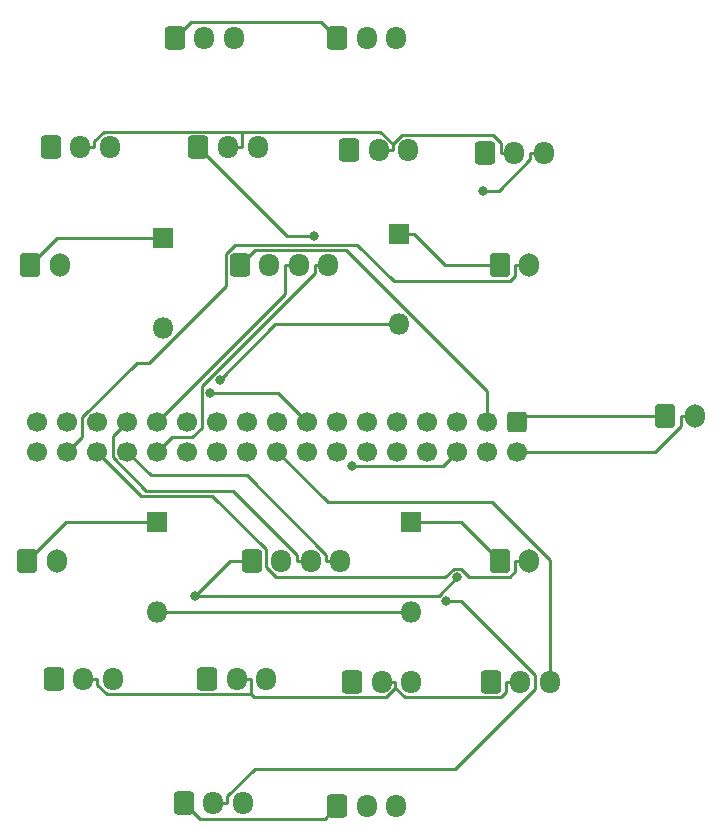
<source format=gbr>
%TF.GenerationSoftware,KiCad,Pcbnew,9.0.4*%
%TF.CreationDate,2026-02-01T19:04:07+10:00*%
%TF.ProjectId,Jet Ranger COM and NAV,4a657420-5261-46e6-9765-7220434f4d20,rev?*%
%TF.SameCoordinates,Original*%
%TF.FileFunction,Copper,L2,Bot*%
%TF.FilePolarity,Positive*%
%FSLAX46Y46*%
G04 Gerber Fmt 4.6, Leading zero omitted, Abs format (unit mm)*
G04 Created by KiCad (PCBNEW 9.0.4) date 2026-02-01 19:04:07*
%MOMM*%
%LPD*%
G01*
G04 APERTURE LIST*
G04 Aperture macros list*
%AMRoundRect*
0 Rectangle with rounded corners*
0 $1 Rounding radius*
0 $2 $3 $4 $5 $6 $7 $8 $9 X,Y pos of 4 corners*
0 Add a 4 corners polygon primitive as box body*
4,1,4,$2,$3,$4,$5,$6,$7,$8,$9,$2,$3,0*
0 Add four circle primitives for the rounded corners*
1,1,$1+$1,$2,$3*
1,1,$1+$1,$4,$5*
1,1,$1+$1,$6,$7*
1,1,$1+$1,$8,$9*
0 Add four rect primitives between the rounded corners*
20,1,$1+$1,$2,$3,$4,$5,0*
20,1,$1+$1,$4,$5,$6,$7,0*
20,1,$1+$1,$6,$7,$8,$9,0*
20,1,$1+$1,$8,$9,$2,$3,0*%
G04 Aperture macros list end*
%TA.AperFunction,ComponentPad*%
%ADD10RoundRect,0.250000X-0.600000X-0.750000X0.600000X-0.750000X0.600000X0.750000X-0.600000X0.750000X0*%
%TD*%
%TA.AperFunction,ComponentPad*%
%ADD11O,1.700000X2.000000*%
%TD*%
%TA.AperFunction,ComponentPad*%
%ADD12RoundRect,0.250000X-0.600000X-0.725000X0.600000X-0.725000X0.600000X0.725000X-0.600000X0.725000X0*%
%TD*%
%TA.AperFunction,ComponentPad*%
%ADD13O,1.700000X1.950000*%
%TD*%
%TA.AperFunction,ComponentPad*%
%ADD14RoundRect,0.250000X-0.600000X0.600000X-0.600000X-0.600000X0.600000X-0.600000X0.600000X0.600000X0*%
%TD*%
%TA.AperFunction,ComponentPad*%
%ADD15C,1.700000*%
%TD*%
%TA.AperFunction,ComponentPad*%
%ADD16R,1.800000X1.800000*%
%TD*%
%TA.AperFunction,ComponentPad*%
%ADD17O,1.800000X1.800000*%
%TD*%
%TA.AperFunction,ViaPad*%
%ADD18C,0.800000*%
%TD*%
%TA.AperFunction,Conductor*%
%ADD19C,0.250000*%
%TD*%
G04 APERTURE END LIST*
D10*
%TO.P,SW7,1,1*%
%TO.N,Net-(D4-K)*%
X104000000Y-127500000D03*
D11*
%TO.P,SW7,2,2*%
%TO.N,ROW1*%
X106500000Y-127500000D03*
%TD*%
D12*
%TO.P,SW11,1,1*%
%TO.N,/NAV1_MNR_A*%
X131500000Y-137750000D03*
D13*
%TO.P,SW11,2,2*%
%TO.N,GND*%
X134000000Y-137750000D03*
%TO.P,SW11,3,3*%
%TO.N,/NAV1_MNR_B*%
X136500000Y-137750000D03*
%TD*%
D12*
%TO.P,RV4,1,1*%
%TO.N,+3.3V*%
X116500000Y-83225000D03*
D13*
%TO.P,RV4,2,2*%
%TO.N,/COMM2_VOL*%
X119000000Y-83225000D03*
%TO.P,RV4,3,3*%
%TO.N,GND*%
X121500000Y-83225000D03*
%TD*%
D12*
%TO.P,RV1,1,1*%
%TO.N,+3.3V*%
X130250000Y-148250000D03*
D13*
%TO.P,RV1,2,2*%
%TO.N,/NAV1_VOL*%
X132750000Y-148250000D03*
%TO.P,RV1,3,3*%
%TO.N,GND*%
X135250000Y-148250000D03*
%TD*%
D12*
%TO.P,SW9,1,1*%
%TO.N,/COMM1_MNR_A*%
X131250000Y-92750000D03*
D13*
%TO.P,SW9,2,2*%
%TO.N,GND*%
X133750000Y-92750000D03*
%TO.P,SW9,3,3*%
%TO.N,/COMM1_MNR_B*%
X136250000Y-92750000D03*
%TD*%
D14*
%TO.P,J2,1,Pin_1*%
%TO.N,/+12v-IN*%
X145500000Y-115750000D03*
D15*
%TO.P,J2,2,Pin_2*%
%TO.N,/BACKLIGHT_PANELS*%
X145500000Y-118290000D03*
%TO.P,J2,3,Pin_3*%
%TO.N,+3.3V*%
X142960000Y-115750000D03*
%TO.P,J2,4,Pin_4*%
%TO.N,GND*%
X142960000Y-118290000D03*
%TO.P,J2,5,Pin_5*%
%TO.N,/COMM1_VOL*%
X140420000Y-115750000D03*
%TO.P,J2,6,Pin_6*%
%TO.N,/COMM2_VOL*%
X140420000Y-118290000D03*
%TO.P,J2,7,Pin_7*%
%TO.N,/NAV1_VOL*%
X137880000Y-115750000D03*
%TO.P,J2,8,Pin_8*%
%TO.N,/NAV2_VOL*%
X137880000Y-118290000D03*
%TO.P,J2,9,Pin_9*%
%TO.N,/COMM1_MJR_A*%
X135340000Y-115750000D03*
%TO.P,J2,10,Pin_10*%
%TO.N,/COMM1_MJR_B*%
X135340000Y-118290000D03*
%TO.P,J2,11,Pin_11*%
%TO.N,/COMM1_MNR_A*%
X132800000Y-115750000D03*
%TO.P,J2,12,Pin_12*%
%TO.N,/COMM1_MNR_B*%
X132800000Y-118290000D03*
%TO.P,J2,13,Pin_13*%
%TO.N,/COMM2_MJR_A*%
X130260000Y-115750000D03*
%TO.P,J2,14,Pin_14*%
%TO.N,/COMM2_MJR_B*%
X130260000Y-118290000D03*
%TO.P,J2,15,Pin_15*%
%TO.N,/COMM2_MNR_A*%
X127720000Y-115750000D03*
%TO.P,J2,16,Pin_16*%
%TO.N,/COMM2_MNR_B*%
X127720000Y-118290000D03*
%TO.P,J2,17,Pin_17*%
%TO.N,/NAV1_MJR_A*%
X125180000Y-115750000D03*
%TO.P,J2,18,Pin_18*%
%TO.N,/NAV1_MJR_B*%
X125180000Y-118290000D03*
%TO.P,J2,19,Pin_19*%
%TO.N,/NAV1_MNR_A*%
X122640000Y-115750000D03*
%TO.P,J2,20,Pin_20*%
%TO.N,/NAV1_MNR_B*%
X122640000Y-118290000D03*
%TO.P,J2,21,Pin_21*%
%TO.N,/NAV2__MJR_A*%
X120100000Y-115750000D03*
%TO.P,J2,22,Pin_22*%
%TO.N,/NAV2_MJR_B*%
X120100000Y-118290000D03*
%TO.P,J2,23,Pin_23*%
%TO.N,/NAV2_MNR_B*%
X117560000Y-115750000D03*
%TO.P,J2,24,Pin_24*%
%TO.N,/NAV2_MNR_A*%
X117560000Y-118290000D03*
%TO.P,J2,25,Pin_25*%
%TO.N,COMM_OLED_SC*%
X115020000Y-115750000D03*
%TO.P,J2,26,Pin_26*%
%TO.N,COMM_OLED_SD*%
X115020000Y-118290000D03*
%TO.P,J2,27,Pin_27*%
%TO.N,NAV_OLED_SC*%
X112480000Y-115750000D03*
%TO.P,J2,28,Pin_28*%
%TO.N,NAV_OLED_SD*%
X112480000Y-118290000D03*
%TO.P,J2,29,Pin_29*%
%TO.N,COL0*%
X109940000Y-115750000D03*
%TO.P,J2,30,Pin_30*%
%TO.N,ROW0*%
X109940000Y-118290000D03*
%TO.P,J2,31,Pin_31*%
%TO.N,ROW1*%
X107400000Y-115750000D03*
%TO.P,J2,32,Pin_32*%
%TO.N,ROW2*%
X107400000Y-118290000D03*
%TO.P,J2,33,Pin_33*%
%TO.N,ROW3*%
X104860000Y-115750000D03*
%TO.P,J2,34,Pin_34*%
%TO.N,unconnected-(J2-Pin_34-Pad34)*%
X104860000Y-118290000D03*
%TD*%
D16*
%TO.P,D4,1,K*%
%TO.N,Net-(D4-K)*%
X115000000Y-124215000D03*
D17*
%TO.P,D4,2,A*%
%TO.N,COL0*%
X115000000Y-131835000D03*
%TD*%
D12*
%TO.P,SW2,1,1*%
%TO.N,/COMM1_MJR_A*%
X142750000Y-93000000D03*
D13*
%TO.P,SW2,2,2*%
%TO.N,GND*%
X145250000Y-93000000D03*
%TO.P,SW2,3,3*%
%TO.N,/COMM1_MJR_B*%
X147750000Y-93000000D03*
%TD*%
D12*
%TO.P,J5,1,Pin_1*%
%TO.N,+3.3V*%
X122000000Y-102500000D03*
D13*
%TO.P,J5,2,Pin_2*%
%TO.N,GND*%
X124500000Y-102500000D03*
%TO.P,J5,3,Pin_3*%
%TO.N,COMM_OLED_SC*%
X127000000Y-102500000D03*
%TO.P,J5,4,Pin_4*%
%TO.N,COMM_OLED_SD*%
X129500000Y-102500000D03*
%TD*%
D12*
%TO.P,SW8,1,1*%
%TO.N,/NAV1_MJR_A*%
X143250000Y-137750000D03*
D13*
%TO.P,SW8,2,2*%
%TO.N,GND*%
X145750000Y-137750000D03*
%TO.P,SW8,3,3*%
%TO.N,/NAV1_MJR_B*%
X148250000Y-137750000D03*
%TD*%
D12*
%TO.P,SW12,1,1*%
%TO.N,/NAV2_MNR_A*%
X106250000Y-137500000D03*
D13*
%TO.P,SW12,2,2*%
%TO.N,GND*%
X108750000Y-137500000D03*
%TO.P,SW12,3,3*%
%TO.N,/NAV2_MNR_B*%
X111250000Y-137500000D03*
%TD*%
D12*
%TO.P,J3,1,Pin_1*%
%TO.N,+3.3V*%
X123000000Y-127500000D03*
D13*
%TO.P,J3,2,Pin_2*%
%TO.N,GND*%
X125500000Y-127500000D03*
%TO.P,J3,3,Pin_3*%
%TO.N,NAV_OLED_SC*%
X128000000Y-127500000D03*
%TO.P,J3,4,Pin_4*%
%TO.N,NAV_OLED_SD*%
X130500000Y-127500000D03*
%TD*%
D10*
%TO.P,SW5,1,1*%
%TO.N,Net-(D2-K)*%
X104250000Y-102500000D03*
D11*
%TO.P,SW5,2,2*%
%TO.N,ROW3*%
X106750000Y-102500000D03*
%TD*%
D16*
%TO.P,D2,1,K*%
%TO.N,Net-(D2-K)*%
X115500000Y-100190000D03*
D17*
%TO.P,D2,2,A*%
%TO.N,COL0*%
X115500000Y-107810000D03*
%TD*%
D10*
%TO.P,J1,1,Pin_1*%
%TO.N,/+12v-IN*%
X158000000Y-115250000D03*
D11*
%TO.P,J1,2,Pin_2*%
%TO.N,/BACKLIGHT_PANELS*%
X160500000Y-115250000D03*
%TD*%
D16*
%TO.P,D1,1,K*%
%TO.N,Net-(D1-K)*%
X135500000Y-99880000D03*
D17*
%TO.P,D1,2,A*%
%TO.N,COL0*%
X135500000Y-107500000D03*
%TD*%
D12*
%TO.P,RV3,1,1*%
%TO.N,+3.3V*%
X130250000Y-83225000D03*
D13*
%TO.P,RV3,2,2*%
%TO.N,/COMM1_VOL*%
X132750000Y-83225000D03*
%TO.P,RV3,3,3*%
%TO.N,GND*%
X135250000Y-83225000D03*
%TD*%
D12*
%TO.P,RV2,1,1*%
%TO.N,+3.3V*%
X117250000Y-147975000D03*
D13*
%TO.P,RV2,2,2*%
%TO.N,/NAV2_VOL*%
X119750000Y-147975000D03*
%TO.P,RV2,3,3*%
%TO.N,GND*%
X122250000Y-147975000D03*
%TD*%
D16*
%TO.P,D3,1,K*%
%TO.N,Net-(D3-K)*%
X136500000Y-124215000D03*
D17*
%TO.P,D3,2,A*%
%TO.N,COL0*%
X136500000Y-131835000D03*
%TD*%
D12*
%TO.P,SW10,1,1*%
%TO.N,/COMM2_MNR_A*%
X106000000Y-92500000D03*
D13*
%TO.P,SW10,2,2*%
%TO.N,GND*%
X108500000Y-92500000D03*
%TO.P,SW10,3,3*%
%TO.N,/COMM2_MNR_B*%
X111000000Y-92500000D03*
%TD*%
D12*
%TO.P,SW3,1,1*%
%TO.N,/COMM2_MJR_A*%
X118500000Y-92500000D03*
D13*
%TO.P,SW3,2,2*%
%TO.N,GND*%
X121000000Y-92500000D03*
%TO.P,SW3,3,3*%
%TO.N,/COMM2_MJR_B*%
X123500000Y-92500000D03*
%TD*%
D12*
%TO.P,SW1,1,1*%
%TO.N,/NAV2__MJR_A*%
X119250000Y-137500000D03*
D13*
%TO.P,SW1,2,2*%
%TO.N,GND*%
X121750000Y-137500000D03*
%TO.P,SW1,3,3*%
%TO.N,/NAV2_MJR_B*%
X124250000Y-137500000D03*
%TD*%
D10*
%TO.P,SW4,1,1*%
%TO.N,Net-(D1-K)*%
X144000000Y-102500000D03*
D11*
%TO.P,SW4,2,2*%
%TO.N,ROW2*%
X146500000Y-102500000D03*
%TD*%
D10*
%TO.P,SW6,1,1*%
%TO.N,Net-(D3-K)*%
X144000000Y-127500000D03*
D11*
%TO.P,SW6,2,2*%
%TO.N,ROW0*%
X146500000Y-127500000D03*
%TD*%
D18*
%TO.N,COL0*%
X120344000Y-112161700D03*
%TO.N,/NAV2_VOL*%
X139441100Y-130886600D03*
%TO.N,/COMM2_VOL*%
X131530000Y-119469600D03*
%TO.N,+3.3V*%
X140393500Y-128886900D03*
X118221300Y-130457500D03*
%TO.N,/COMM1_MJR_B*%
X142600200Y-96170000D03*
%TO.N,/COMM2_MNR_A*%
X119501600Y-113280000D03*
%TO.N,/COMM2_MJR_A*%
X128250400Y-100004700D03*
%TD*%
D19*
%TO.N,Net-(D1-K)*%
X135500000Y-99880000D02*
X136726700Y-99880000D01*
X144000000Y-102500000D02*
X139346700Y-102500000D01*
X139346700Y-102500000D02*
X136726700Y-99880000D01*
%TO.N,COL0*%
X120344000Y-112161700D02*
X125005700Y-107500000D01*
X125005700Y-107500000D02*
X135500000Y-107500000D01*
X136500000Y-131835000D02*
X115000000Y-131835000D01*
%TO.N,Net-(D2-K)*%
X104250000Y-102500000D02*
X106560000Y-100190000D01*
X106560000Y-100190000D02*
X115500000Y-100190000D01*
%TO.N,Net-(D3-K)*%
X140715000Y-124215000D02*
X144000000Y-127500000D01*
X136500000Y-124215000D02*
X140715000Y-124215000D01*
%TO.N,Net-(D4-K)*%
X107285000Y-124215000D02*
X104000000Y-127500000D01*
X115000000Y-124215000D02*
X107285000Y-124215000D01*
%TO.N,COMM_OLED_SD*%
X128323300Y-102500000D02*
X128323300Y-103154800D01*
X129500000Y-102500000D02*
X128323300Y-102500000D01*
X116290000Y-117020000D02*
X115020000Y-118290000D01*
X117990900Y-117020000D02*
X116290000Y-117020000D01*
X128323300Y-103154800D02*
X118774900Y-112703200D01*
X118774900Y-116236000D02*
X117990900Y-117020000D01*
X118774900Y-112703200D02*
X118774900Y-116236000D01*
%TO.N,COMM_OLED_SC*%
X125823300Y-102500000D02*
X125823300Y-104946700D01*
X125823300Y-104946700D02*
X115020000Y-115750000D01*
X127000000Y-102500000D02*
X125823300Y-102500000D01*
%TO.N,/NAV2_VOL*%
X140724200Y-130886600D02*
X139441100Y-130886600D01*
X140229100Y-145121900D02*
X146999500Y-138351500D01*
X120926700Y-147975000D02*
X120926700Y-147460200D01*
X123265000Y-145121900D02*
X140229100Y-145121900D01*
X120926700Y-147460200D02*
X123265000Y-145121900D01*
X146999500Y-138351500D02*
X146999500Y-137161900D01*
X146999500Y-137161900D02*
X140724200Y-130886600D01*
X119750000Y-147975000D02*
X120926700Y-147975000D01*
%TO.N,/COMM2_VOL*%
X139240400Y-119469600D02*
X131530000Y-119469600D01*
X140420000Y-118290000D02*
X139240400Y-119469600D01*
%TO.N,GND*%
X109926700Y-137500000D02*
X109926700Y-138014800D01*
X135176700Y-138264800D02*
X135176700Y-137750000D01*
X110724900Y-138813000D02*
X122926700Y-138813000D01*
X122926700Y-138813000D02*
X123176400Y-139062700D01*
X143404100Y-91448300D02*
X135713600Y-91448300D01*
X121000000Y-92500000D02*
X122176700Y-92500000D01*
X122176700Y-91196000D02*
X110465900Y-91196000D01*
X135713600Y-91448300D02*
X134926700Y-92235200D01*
X110465900Y-91196000D02*
X109676700Y-91985200D01*
X121750000Y-137500000D02*
X122926700Y-137500000D01*
X122926700Y-137500000D02*
X122926700Y-138813000D01*
X135964600Y-139052700D02*
X135176700Y-138264800D01*
X134378800Y-139062700D02*
X135176700Y-138264800D01*
X108500000Y-92500000D02*
X109676700Y-92500000D01*
X144073300Y-92117500D02*
X143404100Y-91448300D01*
X144573300Y-137750000D02*
X144573300Y-138632500D01*
X134926700Y-92235200D02*
X134926700Y-92750000D01*
X134000000Y-137750000D02*
X135176700Y-137750000D01*
X144153100Y-139052700D02*
X135964600Y-139052700D01*
X134926700Y-92235200D02*
X133887500Y-91196000D01*
X109676700Y-91985200D02*
X109676700Y-92500000D01*
X133750000Y-92750000D02*
X134926700Y-92750000D01*
X144573300Y-138632500D02*
X144153100Y-139052700D01*
X145750000Y-137750000D02*
X144573300Y-137750000D01*
X122176700Y-92500000D02*
X122176700Y-91196000D01*
X108750000Y-137500000D02*
X109926700Y-137500000D01*
X144073300Y-93000000D02*
X144073300Y-92117500D01*
X145250000Y-93000000D02*
X144073300Y-93000000D01*
X109926700Y-138014800D02*
X110724900Y-138813000D01*
X123176400Y-139062700D02*
X134378800Y-139062700D01*
X133887500Y-91196000D02*
X122176700Y-91196000D01*
%TO.N,ROW0*%
X139388900Y-128863900D02*
X125030200Y-128863900D01*
X146500000Y-127500000D02*
X145323300Y-127500000D01*
X124189200Y-128022900D02*
X124189200Y-126539600D01*
X140694500Y-128160200D02*
X140092600Y-128160200D01*
X145323300Y-128382500D02*
X144841900Y-128863900D01*
X145323300Y-127500000D02*
X145323300Y-128382500D01*
X141398200Y-128863900D02*
X140694500Y-128160200D01*
X125030200Y-128863900D02*
X124189200Y-128022900D01*
X144841900Y-128863900D02*
X141398200Y-128863900D01*
X124189200Y-126539600D02*
X119663300Y-122013700D01*
X140092600Y-128160200D02*
X139388900Y-128863900D01*
X113663700Y-122013700D02*
X109940000Y-118290000D01*
X119663300Y-122013700D02*
X113663700Y-122013700D01*
%TO.N,NAV_OLED_SD*%
X129323300Y-126985200D02*
X122607100Y-120269000D01*
X130500000Y-127500000D02*
X129323300Y-127500000D01*
X129323300Y-127500000D02*
X129323300Y-126985200D01*
X122607100Y-120269000D02*
X114459000Y-120269000D01*
X114459000Y-120269000D02*
X112480000Y-118290000D01*
%TO.N,NAV_OLED_SC*%
X114076600Y-121562000D02*
X111266300Y-118751700D01*
X111266300Y-116963700D02*
X112480000Y-115750000D01*
X128000000Y-127500000D02*
X126823300Y-127500000D01*
X126823300Y-126985200D02*
X121400100Y-121562000D01*
X121400100Y-121562000D02*
X114076600Y-121562000D01*
X126823300Y-127500000D02*
X126823300Y-126985200D01*
X111266300Y-118751700D02*
X111266300Y-116963700D01*
%TO.N,+3.3V*%
X122000000Y-102500000D02*
X123316800Y-101183200D01*
X142960000Y-113151600D02*
X142960000Y-115750000D01*
X123316800Y-101183200D02*
X130991600Y-101183200D01*
X130991600Y-101183200D02*
X142960000Y-113151600D01*
X117862200Y-81862800D02*
X116500000Y-83225000D01*
X118602800Y-149327800D02*
X117250000Y-147975000D01*
X130250000Y-148250000D02*
X129172200Y-149327800D01*
X130250000Y-83225000D02*
X128887800Y-81862800D01*
X138822900Y-130457500D02*
X140393500Y-128886900D01*
X128887800Y-81862800D02*
X117862200Y-81862800D01*
X129172200Y-149327800D02*
X118602800Y-149327800D01*
X121178800Y-127500000D02*
X118221300Y-130457500D01*
X118221300Y-130457500D02*
X138822900Y-130457500D01*
X123000000Y-127500000D02*
X121178800Y-127500000D01*
%TO.N,ROW2*%
X121626600Y-100731500D02*
X120822300Y-101535800D01*
X144864500Y-103841300D02*
X135014200Y-103841300D01*
X108670000Y-115348200D02*
X108670000Y-117020000D01*
X146500000Y-102500000D02*
X145323300Y-102500000D01*
X131904400Y-100731500D02*
X121626600Y-100731500D01*
X120822300Y-101535800D02*
X120822300Y-104255300D01*
X145323300Y-103382500D02*
X144864500Y-103841300D01*
X120822300Y-104255300D02*
X114317500Y-110760100D01*
X135014200Y-103841300D02*
X131904400Y-100731500D01*
X113258100Y-110760100D02*
X108670000Y-115348200D01*
X108670000Y-117020000D02*
X107400000Y-118290000D01*
X114317500Y-110760100D02*
X113258100Y-110760100D01*
X145323300Y-102500000D02*
X145323300Y-103382500D01*
%TO.N,/BACKLIGHT_PANELS*%
X159323300Y-116132500D02*
X157165800Y-118290000D01*
X160500000Y-115250000D02*
X159323300Y-115250000D01*
X157165800Y-118290000D02*
X145500000Y-118290000D01*
X159323300Y-115250000D02*
X159323300Y-116132500D01*
%TO.N,/+12v-IN*%
X146000000Y-115250000D02*
X145500000Y-115750000D01*
X158000000Y-115250000D02*
X146000000Y-115250000D01*
%TO.N,/NAV1_MJR_B*%
X129431800Y-122541800D02*
X143368500Y-122541800D01*
X125180000Y-118290000D02*
X129431800Y-122541800D01*
X143368500Y-122541800D02*
X148250000Y-127423300D01*
X148250000Y-127423300D02*
X148250000Y-137750000D01*
%TO.N,/COMM1_MJR_B*%
X143918100Y-96170000D02*
X142600200Y-96170000D01*
X146573300Y-93514800D02*
X143918100Y-96170000D01*
X147750000Y-93000000D02*
X146573300Y-93000000D01*
X146573300Y-93000000D02*
X146573300Y-93514800D01*
%TO.N,/COMM2_MNR_A*%
X125250000Y-113280000D02*
X127720000Y-115750000D01*
X119501600Y-113280000D02*
X125250000Y-113280000D01*
%TO.N,/COMM2_MJR_A*%
X126004700Y-100004700D02*
X128250400Y-100004700D01*
X118500000Y-92500000D02*
X126004700Y-100004700D01*
%TD*%
M02*

</source>
